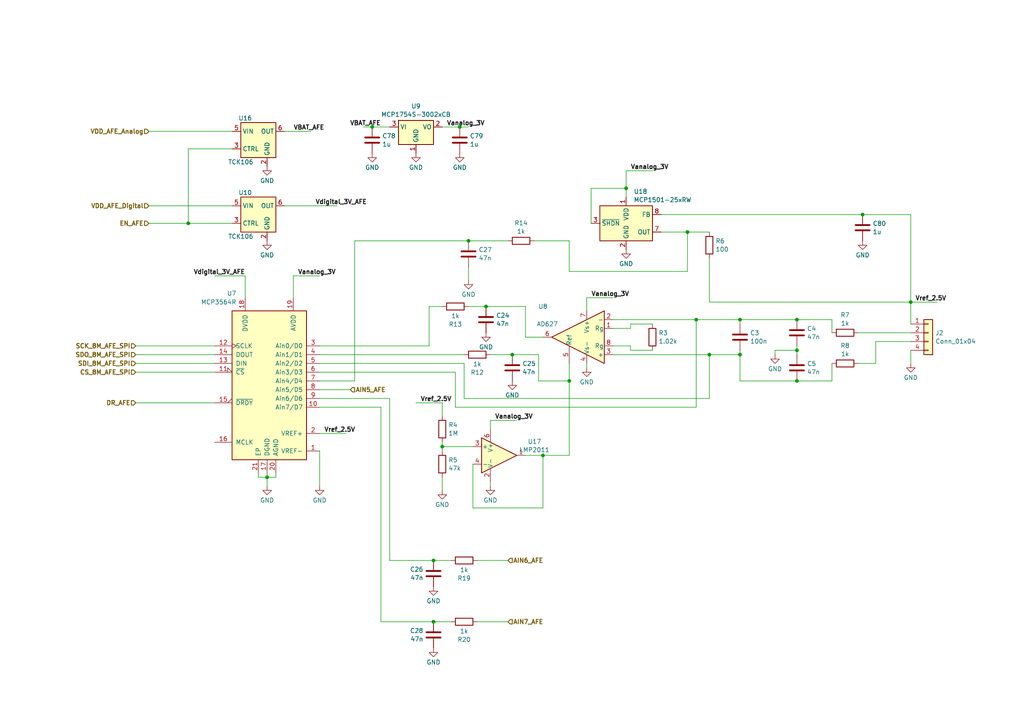
<source format=kicad_sch>
(kicad_sch (version 20230121) (generator eeschema)
  (paper "A4")
  (lib_symbols
    (symbol "Amplifier_Current:LMP8640" (pin_names (offset 0.127))
      (property "Reference" "U" (at 3.81 5.08 0))
      (property "Value" "LMP8640" (at 3.81 2.54 0))
      (symbol "LMP8640_0_1"
        (polyline (pts (xy -5.08 5.08) (xy 5.08 0) (xy -5.08 -5.08) (xy -5.08 5.08)) (stroke (width 0.254)) (fill (type background)))
      )
      (symbol "LMP8640_1_1"
        (pin output line (at 7.62 0 180) (length 2.54) (name "~") (number "1"))
        (pin power_in line (at -2.54 -7.62 90) (length 3.81) (name "V-") (number "2"))
        (pin input line (at -7.62 2.54 0) (length 2.54) (name "+") (number "3"))
        (pin input line (at -7.62 -2.54 0) (length 2.54) (name "-") (number "4"))
        (pin power_in line (at -2.54 7.62 270) (length 3.81) (name "V+") (number "6"))
      )
    )
    (symbol "Amplifier_Instrumentation:AD620" (pin_names (offset 0.127))
      (property "Reference" "U" (at 3.81 7.62 0))
      (property "Value" "AD620" (at 5.08 5.08 0))
      (symbol "AD620_0_1"
        (polyline (pts (xy -7.62 7.62) (xy -7.62 -7.62) (xy 7.62 0) (xy -7.62 7.62)) (stroke (width 0.254)) (fill (type background)))
      )
      (symbol "AD620_1_1"
        (pin passive line (at -10.16 2.54 0) (length 2.54) (name "Rg") (number "1"))
        (pin input line (at -10.16 5.08 0) (length 2.54) (name "-") (number "2"))
        (pin input line (at -10.16 -5.08 0) (length 2.54) (name "+") (number "3"))
        (pin power_in line (at -2.54 -7.62 90) (length 2.54) (name "Vs-") (number "4"))
        (pin passive line (at 2.54 -7.62 90) (length 5.08) (name "Ref") (number "5"))
        (pin output line (at 10.16 0 180) (length 2.54) (name "~") (number "6"))
        (pin power_in line (at -2.54 7.62 270) (length 2.54) (name "Vs+") (number "7"))
        (pin passive line (at -10.16 -2.54 0) (length 2.54) (name "Rg") (number "8"))
      )
    )
    (symbol "Analog_ADC:ADS1243" (pin_names (offset 1.016))
      (property "Reference" "U7" (at 8.89 26.67 0))
      (property "Value" "ADS1243" (at 8.89 24.13 0))
      (symbol "ADS1243_0_1"
        (rectangle (start -11.43 21.59) (end 10.16 -21.59) (stroke (width 0.254)) (fill (type background)))
      )
      (symbol "ADS1243_1_1"
        (pin input line (at -15.24 -19.05 0) (length 3.81) (name "VREF-") (number "1"))
        (pin input line (at -15.24 -6.35 0) (length 3.81) (name "Ain7/D7") (number "10"))
        (pin input input_low (at 15.24 3.81 180) (length 5.08) (name "~{CS}") (number "11"))
        (pin input clock (at 15.24 11.43 180) (length 5.08) (name "SCLK") (number "12"))
        (pin input line (at 15.24 6.35 180) (length 5.08) (name "DIN") (number "13"))
        (pin output line (at 15.24 8.89 180) (length 5.08) (name "DOUT") (number "14"))
        (pin open_collector output_low (at 15.24 -5.08 180) (length 5.08) (name "~{DRDY}") (number "15"))
        (pin output line (at 15.24 -16.51 180) (length 5.08) (name "MCLK") (number "16"))
        (pin power_in line (at 0 -25.4 90) (length 3.81) (name "DGND") (number "17"))
        (pin power_in line (at 6.35 25.4 270) (length 3.81) (name "DVDD") (number "18"))
        (pin power_in line (at -7.62 25.4 270) (length 3.81) (name "AVDD") (number "19"))
        (pin input line (at -15.24 -13.97 0) (length 3.81) (name "VREF+") (number "2"))
        (pin power_in line (at -2.54 -25.4 90) (length 3.81) (name "AGND") (number "20"))
        (pin input line (at 2.54 -25.4 90) (length 3.81) (name "EP") (number "21"))
        (pin input line (at -15.24 11.43 0) (length 3.81) (name "Ain0/D0") (number "3"))
        (pin input line (at -15.24 8.89 0) (length 3.81) (name "Ain1/D1") (number "4"))
        (pin input line (at -15.24 6.35 0) (length 3.81) (name "Ain2/D2") (number "5"))
        (pin input line (at -15.24 3.81 0) (length 3.81) (name "Ain3/D3") (number "6"))
        (pin input line (at -15.24 1.27 0) (length 3.81) (name "Ain4/D4") (number "7"))
        (pin input line (at -15.24 -1.27 0) (length 3.81) (name "Ain5/D5") (number "8"))
        (pin input line (at -15.24 -3.81 0) (length 3.81) (name "Ain6/D6") (number "9"))
      )
    )
    (symbol "Connector_Generic:Conn_01x04" (pin_names (offset 1.016) hide)
      (property "Reference" "J" (at 0 5.08 0))
      (property "Value" "Conn_01x04" (at 0 -7.62 0))
      (symbol "Conn_01x04_1_1"
        (rectangle (start -1.27 -4.953) (end 0 -5.207) (stroke (width 0.1524)))
        (rectangle (start -1.27 -2.413) (end 0 -2.667) (stroke (width 0.1524)))
        (rectangle (start -1.27 0.127) (end 0 -0.127) (stroke (width 0.1524)))
        (rectangle (start -1.27 2.667) (end 0 2.413) (stroke (width 0.1524)))
        (rectangle (start -1.27 3.81) (end 1.27 -6.35) (stroke (width 0.254)) (fill (type background)))
        (pin passive line (at -5.08 2.54 0) (length 3.81) (name "Pin_1") (number "1"))
        (pin passive line (at -5.08 0 0) (length 3.81) (name "Pin_2") (number "2"))
        (pin passive line (at -5.08 -2.54 0) (length 3.81) (name "Pin_3") (number "3"))
        (pin passive line (at -5.08 -5.08 0) (length 3.81) (name "Pin_4") (number "4"))
      )
    )
    (symbol "Device:C" (pin_numbers hide) (pin_names (offset 0.254))
      (property "Reference" "C" (at 0.635 2.54 0))
      (property "Value" "C" (at 0.635 -2.54 0))
      (symbol "C_0_1"
        (polyline (pts (xy -2.032 -0.762) (xy 2.032 -0.762)) (stroke (width 0.508)))
        (polyline (pts (xy -2.032 0.762) (xy 2.032 0.762)) (stroke (width 0.508)))
      )
      (symbol "C_1_1"
        (pin passive line (at 0 3.81 270) (length 2.794) (name "~") (number "1"))
        (pin passive line (at 0 -3.81 90) (length 2.794) (name "~") (number "2"))
      )
    )
    (symbol "Device:R" (pin_numbers hide) (pin_names (offset 0))
      (property "Reference" "R" (at 2.032 0 90))
      (property "Value" "R" (at 0 0 90))
      (symbol "R_0_1"
        (rectangle (start -1.016 -2.54) (end 1.016 2.54) (stroke (width 0.254)))
      )
      (symbol "R_1_1"
        (pin passive line (at 0 3.81 270) (length 1.27) (name "~") (number "1"))
        (pin passive line (at 0 -3.81 90) (length 1.27) (name "~") (number "2"))
      )
    )
    (symbol "Power_Management:BTS5045-1EJA"
      (property "Reference" "U14" (at -3.81 6.35 0))
      (property "Value" "TCK106" (at -2.54 -6.35 0))
      (symbol "BTS5045-1EJA_0_1"
        (rectangle (start -5.08 5.08) (end 5.08 -5.08) (stroke (width 0.254)) (fill (type background)))
      )
      (symbol "BTS5045-1EJA_1_1"
        (pin power_in line (at 2.54 -7.62 90) (length 2.54) (name "GND") (number "2"))
        (pin output line (at -7.62 -2.54 0) (length 2.54) (name "CTRL") (number "3"))
        (pin input line (at -7.62 2.54 0) (length 2.54) (name "VIN") (number "5"))
        (pin power_out line (at 7.62 2.54 180) (length 2.54) (name "OUT") (number "6"))
      )
    )
    (symbol "Reference_Voltage:MCP1501-25xRW"
      (property "Reference" "U" (at -5.08 6.35 0))
      (property "Value" "MCP1501-25xRW" (at 10.16 6.35 0))
      (symbol "MCP1501-25xRW_0_0"
        (pin power_in line (at 0 7.62 270) (length 2.54) (name "VDD") (number "1"))
        (pin power_in line (at 0 -7.62 90) (length 2.54) (name "GND") (number "2"))
        (pin input line (at -10.16 0 0) (length 2.54) (name "~{SHDN}") (number "3"))
        (pin passive line (at 0 -7.62 90) (length 2.54) hide (name "GND") (number "4"))
        (pin passive line (at 0 -7.62 90) (length 2.54) hide (name "GND") (number "5"))
        (pin passive line (at 0 -7.62 90) (length 2.54) hide (name "GND") (number "6"))
        (pin power_out line (at 10.16 -2.54 180) (length 2.54) (name "OUT") (number "7"))
        (pin input line (at 10.16 2.54 180) (length 2.54) (name "FB") (number "8"))
      )
      (symbol "MCP1501-25xRW_0_1"
        (rectangle (start -7.62 5.08) (end 7.62 -5.08) (stroke (width 0.254)) (fill (type background)))
      )
    )
    (symbol "Regulator_Linear:MCP1754S-3302xCB"
      (property "Reference" "U" (at -3.81 3.175 0))
      (property "Value" "MCP1754S-3302xCB" (at -0.635 3.175 0))
      (symbol "MCP1754S-3302xCB_0_1"
        (rectangle (start -5.08 -5.08) (end 5.08 1.905) (stroke (width 0.254)) (fill (type background)))
      )
      (symbol "MCP1754S-3302xCB_1_1"
        (pin power_in line (at 0 -7.62 90) (length 2.54) (name "GND") (number "1"))
        (pin power_out line (at 7.62 0 180) (length 2.54) (name "VO") (number "2"))
        (pin power_in line (at -7.62 0 0) (length 2.54) (name "VI") (number "3"))
      )
    )
    (symbol "power:GND" (power) (pin_names (offset 0))
      (property "Value" "GND" (at 0 -3.81 0))
      (symbol "GND_0_1"
        (polyline (pts (xy 0 0) (xy 0 -1.27) (xy 1.27 -1.27) (xy 0 -2.54) (xy -1.27 -1.27) (xy 0 -1.27)))
      )
      (symbol "GND_1_1"
        (pin power_in line (at 0 0 270) (length 0) hide (name "GND") (number "1"))
      )
    )
  )
  (junction (at 214.63 92.71))
  (junction (at 214.63 102.87))
  (junction (at 54.61 64.77))
  (junction (at 205.74 102.87))
  (junction (at 231.14 92.71))
  (junction (at 140.97 88.9))
  (junction (at 133.35 36.83))
  (junction (at 199.39 67.31))
  (junction (at 125.73 180.34))
  (junction (at 128.27 129.54))
  (junction (at 165.1 110.49))
  (junction (at 77.47 138.43))
  (junction (at 107.95 36.83))
  (junction (at 148.59 102.87))
  (junction (at 135.89 69.85))
  (junction (at 201.93 92.71))
  (junction (at 231.14 101.6))
  (junction (at 181.61 54.61))
  (junction (at 250.19 62.23))
  (junction (at 231.14 110.49))
  (junction (at 125.73 162.56))
  (junction (at 264.16 87.63))
  (junction (at 157.48 132.08))
  (wire (pts (xy 128.27 128.27) (xy 128.27 129.54)))
  (wire (pts (xy 182.88 100.33) (xy 182.88 101.6)))
  (wire (pts (xy 182.88 93.98) (xy 189.23 93.98)))
  (wire (pts (xy 177.8 102.87) (xy 205.74 102.87)))
  (wire (pts (xy 157.48 132.08) (xy 152.4 132.08)))
  (wire (pts (xy 54.61 64.77) (xy 67.31 64.77)))
  (wire (pts (xy 133.35 36.83) (xy 135.89 36.83)))
  (wire (pts (xy 250.19 62.23) (xy 264.16 62.23)))
  (wire (pts (xy 201.93 118.11) (xy 201.93 92.71)))
  (wire (pts (xy 92.71 100.33) (xy 124.46 100.33)))
  (wire (pts (xy 231.14 101.6) (xy 231.14 102.87)))
  (wire (pts (xy 231.14 100.33) (xy 231.14 101.6)))
  (wire (pts (xy 110.49 118.11) (xy 110.49 180.34)))
  (wire (pts (xy 201.93 92.71) (xy 177.8 92.71)))
  (wire (pts (xy 132.08 118.11) (xy 132.08 107.95)))
  (wire (pts (xy 138.43 162.56) (xy 147.32 162.56)))
  (wire (pts (xy 43.18 38.1) (xy 67.31 38.1)))
  (wire (pts (xy 135.89 69.85) (xy 147.32 69.85)))
  (wire (pts (xy 92.71 125.73) (xy 100.33 125.73)))
  (wire (pts (xy 39.37 105.41) (xy 62.23 105.41)))
  (wire (pts (xy 128.27 36.83) (xy 133.35 36.83)))
  (wire (pts (xy 82.55 38.1) (xy 90.17 38.1)))
  (wire (pts (xy 171.45 54.61) (xy 181.61 54.61)))
  (wire (pts (xy 74.93 137.16) (xy 74.93 138.43)))
  (wire (pts (xy 102.87 69.85) (xy 102.87 110.49)))
  (wire (pts (xy 92.71 107.95) (xy 132.08 107.95)))
  (wire (pts (xy 137.16 134.62) (xy 137.16 147.32)))
  (wire (pts (xy 128.27 88.9) (xy 124.46 88.9)))
  (wire (pts (xy 214.63 92.71) (xy 214.63 93.98)))
  (wire (pts (xy 181.61 49.53) (xy 181.61 54.61)))
  (wire (pts (xy 142.24 139.7) (xy 142.24 140.97)))
  (wire (pts (xy 201.93 92.71) (xy 214.63 92.71)))
  (wire (pts (xy 224.79 101.6) (xy 231.14 101.6)))
  (wire (pts (xy 71.12 80.01) (xy 62.23 80.01)))
  (wire (pts (xy 264.16 93.98) (xy 264.16 87.63)))
  (wire (pts (xy 39.37 107.95) (xy 62.23 107.95)))
  (wire (pts (xy 171.45 64.77) (xy 171.45 54.61)))
  (wire (pts (xy 77.47 138.43) (xy 77.47 137.16)))
  (wire (pts (xy 128.27 129.54) (xy 128.27 130.81)))
  (wire (pts (xy 214.63 101.6) (xy 214.63 102.87)))
  (wire (pts (xy 92.71 118.11) (xy 110.49 118.11)))
  (wire (pts (xy 110.49 180.34) (xy 125.73 180.34)))
  (wire (pts (xy 137.16 129.54) (xy 128.27 129.54)))
  (wire (pts (xy 205.74 87.63) (xy 264.16 87.63)))
  (wire (pts (xy 177.8 95.25) (xy 182.88 95.25)))
  (wire (pts (xy 92.71 110.49) (xy 102.87 110.49)))
  (wire (pts (xy 214.63 110.49) (xy 214.63 102.87)))
  (wire (pts (xy 156.21 102.87) (xy 156.21 110.49)))
  (wire (pts (xy 205.74 115.57) (xy 205.74 102.87)))
  (wire (pts (xy 113.03 162.56) (xy 125.73 162.56)))
  (wire (pts (xy 39.37 102.87) (xy 62.23 102.87)))
  (wire (pts (xy 199.39 78.74) (xy 199.39 67.31)))
  (wire (pts (xy 134.62 115.57) (xy 205.74 115.57)))
  (wire (pts (xy 264.16 87.63) (xy 271.78 87.63)))
  (wire (pts (xy 241.3 105.41) (xy 241.3 110.49)))
  (wire (pts (xy 165.1 132.08) (xy 157.48 132.08)))
  (wire (pts (xy 170.18 86.36) (xy 170.18 90.17)))
  (wire (pts (xy 165.1 78.74) (xy 199.39 78.74)))
  (wire (pts (xy 82.55 59.69) (xy 97.79 59.69)))
  (wire (pts (xy 132.08 118.11) (xy 201.93 118.11)))
  (wire (pts (xy 85.09 80.01) (xy 85.09 86.36)))
  (wire (pts (xy 74.93 138.43) (xy 77.47 138.43)))
  (wire (pts (xy 142.24 121.92) (xy 149.86 121.92)))
  (wire (pts (xy 182.88 95.25) (xy 182.88 93.98)))
  (wire (pts (xy 54.61 43.18) (xy 54.61 64.77)))
  (wire (pts (xy 142.24 102.87) (xy 148.59 102.87)))
  (wire (pts (xy 134.62 115.57) (xy 134.62 105.41)))
  (wire (pts (xy 92.71 105.41) (xy 134.62 105.41)))
  (wire (pts (xy 92.71 102.87) (xy 134.62 102.87)))
  (wire (pts (xy 140.97 88.9) (xy 135.89 88.9)))
  (wire (pts (xy 156.21 110.49) (xy 165.1 110.49)))
  (wire (pts (xy 264.16 62.23) (xy 264.16 87.63)))
  (wire (pts (xy 85.09 80.01) (xy 92.71 80.01)))
  (wire (pts (xy 182.88 101.6) (xy 189.23 101.6)))
  (wire (pts (xy 152.4 88.9) (xy 140.97 88.9)))
  (wire (pts (xy 199.39 67.31) (xy 205.74 67.31)))
  (wire (pts (xy 254 105.41) (xy 254 99.06)))
  (wire (pts (xy 214.63 92.71) (xy 231.14 92.71)))
  (wire (pts (xy 39.37 100.33) (xy 62.23 100.33)))
  (wire (pts (xy 191.77 62.23) (xy 250.19 62.23)))
  (wire (pts (xy 181.61 49.53) (xy 189.23 49.53)))
  (wire (pts (xy 170.18 86.36) (xy 177.8 86.36)))
  (wire (pts (xy 113.03 36.83) (xy 107.95 36.83)))
  (wire (pts (xy 165.1 110.49) (xy 165.1 132.08)))
  (wire (pts (xy 148.59 102.87) (xy 156.21 102.87)))
  (wire (pts (xy 170.18 105.41) (xy 170.18 106.68)))
  (wire (pts (xy 191.77 67.31) (xy 199.39 67.31)))
  (wire (pts (xy 157.48 97.79) (xy 152.4 97.79)))
  (wire (pts (xy 113.03 115.57) (xy 113.03 162.56)))
  (wire (pts (xy 125.73 162.56) (xy 130.81 162.56)))
  (wire (pts (xy 43.18 59.69) (xy 67.31 59.69)))
  (wire (pts (xy 39.37 116.84) (xy 62.23 116.84)))
  (wire (pts (xy 80.01 137.16) (xy 80.01 138.43)))
  (wire (pts (xy 231.14 110.49) (xy 241.3 110.49)))
  (wire (pts (xy 120.65 116.84) (xy 128.27 116.84)))
  (wire (pts (xy 231.14 110.49) (xy 214.63 110.49)))
  (wire (pts (xy 165.1 105.41) (xy 165.1 110.49)))
  (wire (pts (xy 92.71 113.03) (xy 101.6 113.03)))
  (wire (pts (xy 264.16 101.6) (xy 264.16 105.41)))
  (wire (pts (xy 71.12 80.01) (xy 71.12 86.36)))
  (wire (pts (xy 107.95 36.83) (xy 105.41 36.83)))
  (wire (pts (xy 135.89 77.47) (xy 135.89 81.28)))
  (wire (pts (xy 77.47 140.97) (xy 77.47 138.43)))
  (wire (pts (xy 102.87 69.85) (xy 135.89 69.85)))
  (wire (pts (xy 165.1 69.85) (xy 165.1 78.74)))
  (wire (pts (xy 241.3 92.71) (xy 241.3 96.52)))
  (wire (pts (xy 80.01 138.43) (xy 77.47 138.43)))
  (wire (pts (xy 137.16 147.32) (xy 157.48 147.32)))
  (wire (pts (xy 248.92 105.41) (xy 254 105.41)))
  (wire (pts (xy 43.18 64.77) (xy 54.61 64.77)))
  (wire (pts (xy 124.46 88.9) (xy 124.46 100.33)))
  (wire (pts (xy 254 99.06) (xy 264.16 99.06)))
  (wire (pts (xy 92.71 130.81) (xy 92.71 140.97)))
  (wire (pts (xy 128.27 138.43) (xy 128.27 142.24)))
  (wire (pts (xy 177.8 100.33) (xy 182.88 100.33)))
  (wire (pts (xy 205.74 102.87) (xy 214.63 102.87)))
  (wire (pts (xy 138.43 180.34) (xy 147.32 180.34)))
  (wire (pts (xy 157.48 147.32) (xy 157.48 132.08)))
  (wire (pts (xy 231.14 92.71) (xy 241.3 92.71)))
  (wire (pts (xy 154.94 69.85) (xy 165.1 69.85)))
  (wire (pts (xy 125.73 180.34) (xy 130.81 180.34)))
  (wire (pts (xy 205.74 74.93) (xy 205.74 87.63)))
  (wire (pts (xy 92.71 115.57) (xy 113.03 115.57)))
  (wire (pts (xy 67.31 43.18) (xy 54.61 43.18)))
  (wire (pts (xy 152.4 97.79) (xy 152.4 88.9)))
  (wire (pts (xy 224.79 102.87) (xy 224.79 101.6)))
  (wire (pts (xy 181.61 54.61) (xy 181.61 57.15)))
  (wire (pts (xy 248.92 96.52) (xy 264.16 96.52)))
  (wire (pts (xy 142.24 121.92) (xy 142.24 124.46)))
  (wire (pts (xy 128.27 116.84) (xy 128.27 120.65)))
  (label "Vdigital_3V_AFE" (at 91.44 59.69 0) (effects (font bold)))
  (label "Vanalog_3V" (at 86.36 80.01 0) (effects (font bold)))
  (label "Vanalog_3V" (at 143.51 121.92 0) (effects (font bold)))
  (label "VBAT_AFE" (at 110.49 36.83 180) (effects (font bold)))
  (label "Vref_2.5V" (at 93.98 125.73 0) (effects (font bold)))
  (label "Vanalog_3V" (at 129.54 36.83 0) (effects (font bold)))
  (label "Vanalog_3V" (at 171.45 86.36 0) (effects (font bold)))
  (label "Vref_2.5V" (at 121.92 116.84 0) (effects (font bold)))
  (label "Vref_2.5V" (at 265.43 87.63 0) (effects (font bold)))
  (label "Vdigital_3V_AFE" (at 71.12 80.01 180) (effects (font bold)))
  (label "VBAT_AFE" (at 85.09 38.1 0) (effects (font bold)))
  (label "Vanalog_3V" (at 182.88 49.53 0) (effects (font bold)))
  (hierarchical_label "AIN5_AFE" (shape input) (at 101.6 113.03 0) (effects (font (thickness 0.254) bold)))
  (hierarchical_label "DR_AFE" (shape input) (at 39.37 116.84 180) (effects (font bold)))
  (hierarchical_label "SCK_8M_AFE_SPI" (shape input) (at 39.37 100.33 180) (effects (font bold)))
  (hierarchical_label "SDI_8M_AFE_SPI" (shape input) (at 39.37 105.41 180) (effects (font bold)))
  (hierarchical_label "SDO_8M_AFE_SPI" (shape input) (at 39.37 102.87 180) (effects (font bold)))
  (hierarchical_label "AIN6_AFE" (shape input) (at 147.32 162.56 0) (effects (font (thickness 0.254) bold)))
  (hierarchical_label "VDD_AFE_Analog" (shape input) (at 43.18 38.1 180) (effects (font bold)))
  (hierarchical_label "VDD_AFE_Digital" (shape input) (at 43.18 59.69 180) (effects (font bold)))
  (hierarchical_label "EN_AFE" (shape input) (at 43.18 64.77 180) (effects (font bold)))
  (hierarchical_label "CS_8M_AFE_SPI" (shape input) (at 39.37 107.95 180) (effects (font bold)))
  (hierarchical_label "AIN7_AFE" (shape input) (at 147.32 180.34 0) (effects (font (thickness 0.254) bold)))
  (symbol (lib_id "Device:C") (at 231.14 106.68 0) (unit 1)
    (property "Reference" "C5" (at 234.061 105.4679 0) (effects (justify left)))
    (property "Value" "47n" (at 234.061 107.8921 0) (effects (justify left)))
  )
  (symbol (lib_id "power:GND") (at 77.47 69.85 0) (unit 1)
    (property "Reference" "#PWR05" (effects hide))
    (property "Value" "GND" (at 77.47 73.9831 0))
  )
  (symbol (lib_id "Device:C") (at 214.63 97.79 0) (unit 1)
    (property "Reference" "C3" (at 217.551 96.5779 0) (effects (justify left)))
    (property "Value" "100n" (at 217.551 99.0021 0) (effects (justify left)))
  )
  (symbol (lib_id "Device:R") (at 132.08 88.9 270) (unit 1)
    (property "Reference" "R13" (at 132.08 94.0603 90))
    (property "Value" "1k" (at 132.08 91.6361 90))
    (property "Tolerance" "0.1%" (effects hide))
  )
  (symbol (lib_id "Amplifier_Instrumentation:AD620") (at 167.64 97.79 0) (mirror y) (unit 1)
    (property "Reference" "U8" (at 157.48 88.9 0))
    (property "Value" "AD627" (at 158.75 93.98 0))
    (property "Datasheet" "https://www.analog.com/media/en/technical-documentation/data-sheets/AD620.pdf" (effects hide))
  )
  (symbol (lib_id "Reference_Voltage:MCP1501-25xRW") (at 181.61 64.77 0) (unit 1)
    (property "Reference" "U18" (at 183.8041 55.5457 0) (effects (justify left)))
    (property "Value" "MCP1501-25xRW" (at 183.8041 57.9699 0) (effects (justify left)))
    (property "Footprint" "Package_DFN_QFN:WDFN-8-1EP_2x2mm_P0.5mm_EP0.8x1.2mm" (effects hide))
    (property "Datasheet" "http://ww1.microchip.com/downloads/en/DeviceDoc/20005474E.pdf" (effects hide))
  )
  (symbol (lib_id "Device:R") (at 138.43 102.87 270) (unit 1)
    (property "Reference" "R12" (at 138.43 108.0303 90))
    (property "Value" "1k" (at 138.43 105.6061 90))
    (property "Tolerance" "0.1%" (effects hide))
  )
  (symbol (lib_id "power:GND") (at 107.95 44.45 0) (unit 1)
    (property "Reference" "#PWR0134" (effects hide))
    (property "Value" "GND" (at 107.95 48.5831 0))
  )
  (symbol (lib_id "Device:C") (at 133.35 40.64 0) (unit 1)
    (property "Reference" "C79" (at 136.271 39.4279 0) (effects (justify left)))
    (property "Value" "1u" (at 136.271 41.8521 0) (effects (justify left)))
  )
  (symbol (lib_id "Device:C") (at 250.19 66.04 0) (unit 1)
    (property "Reference" "C80" (at 253.111 64.8279 0) (effects (justify left)))
    (property "Value" "1u" (at 253.111 67.2521 0) (effects (justify left)))
  )
  (symbol (lib_id "power:GND") (at 125.73 187.96 0) (mirror y) (unit 1)
    (property "Reference" "#PWR057" (effects hide))
    (property "Value" "GND" (at 125.73 192.0931 0))
  )
  (symbol (lib_id "power:GND") (at 148.59 110.49 0) (unit 1)
    (property "Reference" "#PWR051" (effects hide))
    (property "Value" "GND" (at 148.59 114.6231 0))
  )
  (symbol (lib_id "Device:C") (at 125.73 184.15 0) (mirror y) (unit 1)
    (property "Reference" "C28" (at 122.809 182.9379 0) (effects (justify left)))
    (property "Value" "47n" (at 122.809 185.3621 0) (effects (justify left)))
  )
  (symbol (lib_id "Device:C") (at 231.14 96.52 0) (unit 1)
    (property "Reference" "C4" (at 234.061 95.3079 0) (effects (justify left)))
    (property "Value" "47n" (at 234.061 97.7321 0) (effects (justify left)))
  )
  (symbol (lib_id "power:GND") (at 77.47 48.26 0) (unit 1)
    (property "Reference" "#PWR09" (effects hide))
    (property "Value" "GND" (at 77.47 52.3931 0))
  )
  (symbol (lib_id "Device:R") (at 205.74 71.12 180) (unit 1)
    (property "Reference" "R6" (at 207.518 69.9079 0) (effects (justify right)))
    (property "Value" "100" (at 207.518 72.3321 0) (effects (justify right)))
    (property "Tolerance" "0.1%" (effects hide))
  )
  (symbol (lib_id "Device:C") (at 140.97 92.71 0) (unit 1)
    (property "Reference" "C24" (at 143.891 91.4979 0) (effects (justify left)))
    (property "Value" "47n" (at 143.891 93.9221 0) (effects (justify left)))
  )
  (symbol (lib_id "Connector_Generic:Conn_01x04") (at 269.24 96.52 0) (unit 1)
    (property "Reference" "J2" (at 271.272 96.5779 0) (effects (justify left)))
    (property "Value" "Conn_01x04" (at 271.272 99.0021 0) (effects (justify left)))
  )
  (symbol (lib_id "Device:R") (at 134.62 180.34 90) (mirror x) (unit 1)
    (property "Reference" "R20" (at 134.62 185.5003 90))
    (property "Value" "1k" (at 134.62 183.0761 90))
    (property "Tolerance" "0.1%" (effects hide))
  )
  (symbol (lib_id "Device:R") (at 189.23 97.79 0) (unit 1)
    (property "Reference" "R3" (at 191.008 96.5779 0) (effects (justify left)))
    (property "Value" "1.02k" (at 191.008 99.0021 0) (effects (justify left)))
    (property "Tolerance" "0.1%" (effects hide))
  )
  (symbol (lib_id "Analog_ADC:ADS1243") (at 77.47 111.76 0) (mirror y) (unit 1)
    (property "Reference" "U7" (at 68.58 85.09 0) (effects (justify left)))
    (property "Value" "MCP3564R" (at 68.58 87.63 0) (effects (justify left)))
    (property "Footprint" "Package_SO:TSSOP-20_4.4x6.5mm_P0.65mm" (effects hide))
    (property "Datasheet" "http://www.ti.com/lit/ds/symlink/ads1243.pdf" (effects hide))
  )
  (symbol (lib_id "Device:R") (at 151.13 69.85 270) (unit 1)
    (property "Reference" "R14" (at 151.13 64.6897 90))
    (property "Value" "1k" (at 151.13 67.1139 90))
    (property "Tolerance" "0.1%" (effects hide))
  )
  (symbol (lib_id "power:GND") (at 125.73 170.18 0) (mirror y) (unit 1)
    (property "Reference" "#PWR056" (effects hide))
    (property "Value" "GND" (at 125.73 174.3131 0))
  )
  (symbol (lib_id "power:GND") (at 170.18 106.68 0) (unit 1)
    (property "Reference" "#PWR011" (effects hide))
    (property "Value" "GND" (at 170.18 110.8131 0))
  )
  (symbol (lib_id "Device:R") (at 245.11 96.52 270) (unit 1)
    (property "Reference" "R7" (at 245.11 91.3597 90))
    (property "Value" "1k" (at 245.11 93.7839 90))
    (property "Tolerance" "0.1%" (effects hide))
  )
  (symbol (lib_id "power:GND") (at 142.24 140.97 0) (unit 1)
    (property "Reference" "#PWR012" (effects hide))
    (property "Value" "GND" (at 142.24 145.1031 0))
  )
  (symbol (lib_id "power:GND") (at 264.16 105.41 0) (unit 1)
    (property "Reference" "#PWR010" (effects hide))
    (property "Value" "GND" (at 264.16 109.5431 0))
  )
  (symbol (lib_id "power:GND") (at 181.61 72.39 0) (unit 1)
    (property "Reference" "#PWR06" (effects hide))
    (property "Value" "GND" (at 181.61 76.5231 0))
  )
  (symbol (lib_id "Device:C") (at 125.73 166.37 0) (mirror y) (unit 1)
    (property "Reference" "C26" (at 122.809 165.1579 0) (effects (justify left)))
    (property "Value" "47n" (at 122.809 167.5821 0) (effects (justify left)))
  )
  (symbol (lib_id "Device:R") (at 245.11 105.41 270) (unit 1)
    (property "Reference" "R8" (at 245.11 100.2497 90))
    (property "Value" "1k" (at 245.11 102.6739 90))
    (property "Tolerance" "0.1%" (effects hide))
  )
  (symbol (lib_id "Power_Management:BTS5045-1EJA") (at 74.93 40.64 0) (unit 1)
    (property "Reference" "U16" (at 71.12 34.29 0))
    (property "Value" "TCK106" (at 69.85 46.99 0))
    (property "Footprint" "Package_SO:Infineon_PG-DSO-8-43" (effects hide))
    (property "Datasheet" "http://www.infineon.com/dgdl/Infineon-BTS5045-1EJA-DS-v02_02-EN.pdf?fileId=5546d4625a888733015aa411125b1069" (effects hide))
  )
  (symbol (lib_id "Power_Management:BTS5045-1EJA") (at 74.93 62.23 0) (unit 1)
    (property "Reference" "U10" (at 71.12 55.88 0))
    (property "Value" "TCK106" (at 69.85 68.58 0))
    (property "Footprint" "Package_SO:Infineon_PG-DSO-8-43" (effects hide))
    (property "Datasheet" "http://www.infineon.com/dgdl/Infineon-BTS5045-1EJA-DS-v02_02-EN.pdf?fileId=5546d4625a888733015aa411125b1069" (effects hide))
  )
  (symbol (lib_id "Device:R") (at 128.27 124.46 0) (unit 1)
    (property "Reference" "R4" (at 130.048 123.2479 0) (effects (justify left)))
    (property "Value" "1M" (at 130.048 125.6721 0) (effects (justify left)))
    (property "Tolerance" "0.1%" (effects hide))
  )
  (symbol (lib_id "power:GND") (at 92.71 140.97 0) (unit 1)
    (property "Reference" "#PWR07" (effects hide))
    (property "Value" "GND" (at 92.71 145.1031 0))
  )
  (symbol (lib_id "power:GND") (at 140.97 96.52 0) (unit 1)
    (property "Reference" "#PWR052" (effects hide))
    (property "Value" "GND" (at 140.97 100.6531 0))
  )
  (symbol (lib_id "Device:R") (at 134.62 162.56 90) (mirror x) (unit 1)
    (property "Reference" "R19" (at 134.62 167.7203 90))
    (property "Value" "1k" (at 134.62 165.2961 90))
    (property "Tolerance" "0.1%" (effects hide))
  )
  (symbol (lib_id "Device:C") (at 107.95 40.64 0) (unit 1)
    (property "Reference" "C78" (at 110.871 39.4279 0) (effects (justify left)))
    (property "Value" "1u" (at 110.871 41.8521 0) (effects (justify left)))
  )
  (symbol (lib_id "power:GND") (at 128.27 142.24 0) (unit 1)
    (property "Reference" "#PWR013" (effects hide))
    (property "Value" "GND" (at 128.27 146.3731 0))
  )
  (symbol (lib_id "power:GND") (at 250.19 69.85 0) (unit 1)
    (property "Reference" "#PWR0136" (effects hide))
    (property "Value" "GND" (at 250.19 73.9831 0))
  )
  (symbol (lib_id "Device:C") (at 135.89 73.66 0) (unit 1)
    (property "Reference" "C27" (at 138.811 72.4479 0) (effects (justify left)))
    (property "Value" "47n" (at 138.811 74.8721 0) (effects (justify left)))
  )
  (symbol (lib_id "power:GND") (at 77.47 140.97 0) (unit 1)
    (property "Reference" "#PWR08" (effects hide))
    (property "Value" "GND" (at 77.47 145.1031 0))
  )
  (symbol (lib_id "Device:R") (at 128.27 134.62 0) (unit 1)
    (property "Reference" "R5" (at 130.048 133.4079 0) (effects (justify left)))
    (property "Value" "47k" (at 130.048 135.8321 0) (effects (justify left)))
    (property "Tolerance" "0.1%" (effects hide))
  )
  (symbol (lib_id "Regulator_Linear:MCP1754S-3302xCB") (at 120.65 36.83 0) (unit 1)
    (property "Reference" "U9" (at 120.65 30.7807 0))
    (property "Value" "MCP1754S-3002xCB" (at 120.65 33.2049 0))
    (property "Footprint" "Package_TO_SOT_SMD:SOT-23" (effects hide))
    (property "Datasheet" "http://ww1.microchip.com/downloads/en/DeviceDoc/20002276C.pdf" (effects hide))
  )
  (symbol (lib_id "Amplifier_Current:LMP8640") (at 144.78 132.08 0) (unit 1)
    (property "Reference" "U17" (at 155.0269 128.0628 0))
    (property "Value" "LMP2011" (at 155.0269 130.487 0))
    (property "Footprint" "Package_TO_SOT_SMD:SOT-23-6" (effects hide))
    (property "Datasheet" "http://www.ti.com/lit/ds/symlink/lmp8640.pdf" (effects hide))
  )
  (symbol (lib_id "Device:C") (at 148.59 106.68 0) (unit 1)
    (property "Reference" "C25" (at 151.511 105.4679 0) (effects (justify left)))
    (property "Value" "47n" (at 151.511 107.8921 0) (effects (justify left)))
  )
  (symbol (lib_id "power:GND") (at 135.89 81.28 0) (unit 1)
    (property "Reference" "#PWR053" (effects hide))
    (property "Value" "GND" (at 135.89 85.4131 0))
  )
  (symbol (lib_id "power:GND") (at 224.79 102.87 0) (unit 1)
    (property "Reference" "#PWR014" (effects hide))
    (property "Value" "GND" (at 224.79 107.0031 0))
  )
  (symbol (lib_id "power:GND") (at 133.35 44.45 0) (unit 1)
    (property "Reference" "#PWR0135" (effects hide))
    (property "Value" "GND" (at 133.35 48.5831 0))
  )
  (symbol (lib_id "power:GND") (at 120.65 44.45 0) (unit 1)
    (property "Reference" "#PWR04" (effects hide))
    (property "Value" "GND" (at 120.65 48.5831 0))
  )
)
</source>
